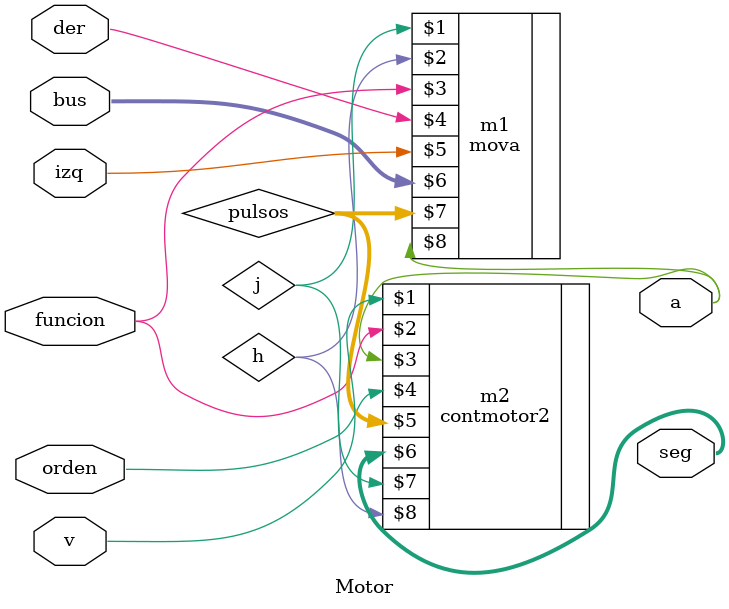
<source format=v>
`timescale 1ns / 1ps

module Motor(v,funcion,der,izq,orden,bus,seg,a);
input v, funcion, der, izq, orden;
input [10:0]bus; 
output [3:0] seg;
output a;

wire [5:0]pulsos;
wire j, h;

	mova m1(j, h, funcion, der, izq, bus, pulsos, a);
	contmotor2 m2(v, funcion, a, orden, pulsos, seg, j, h);



endmodule

</source>
